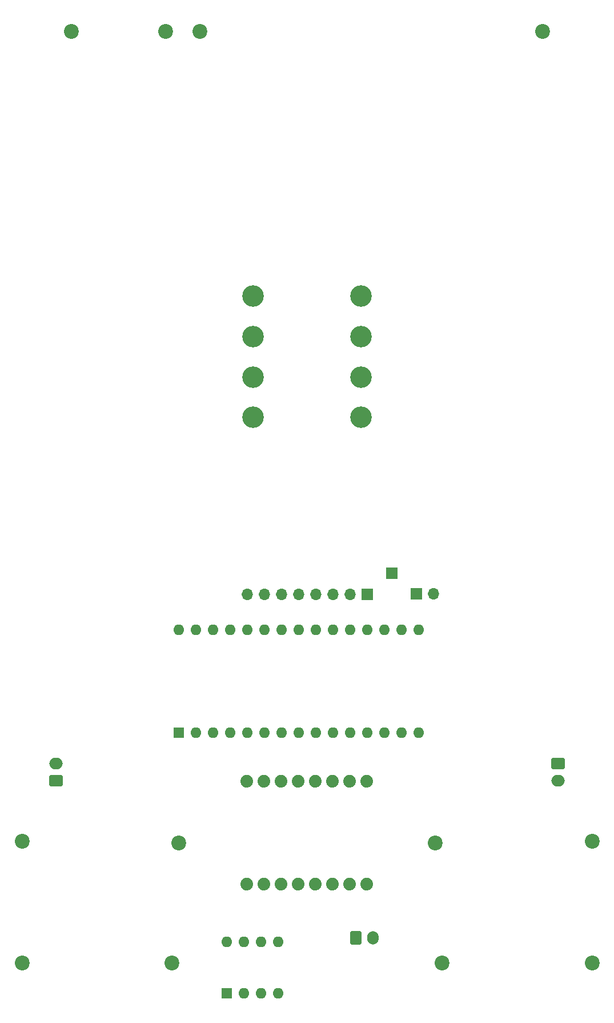
<source format=gbr>
%TF.GenerationSoftware,KiCad,Pcbnew,8.0.6*%
%TF.CreationDate,2025-02-20T18:25:40+08:00*%
%TF.ProjectId,uyLy_LFChassis,75794c79-5f4c-4464-9368-61737369732e,rev?*%
%TF.SameCoordinates,Original*%
%TF.FileFunction,Soldermask,Top*%
%TF.FilePolarity,Negative*%
%FSLAX46Y46*%
G04 Gerber Fmt 4.6, Leading zero omitted, Abs format (unit mm)*
G04 Created by KiCad (PCBNEW 8.0.6) date 2025-02-20 18:25:40*
%MOMM*%
%LPD*%
G01*
G04 APERTURE LIST*
G04 Aperture macros list*
%AMRoundRect*
0 Rectangle with rounded corners*
0 $1 Rounding radius*
0 $2 $3 $4 $5 $6 $7 $8 $9 X,Y pos of 4 corners*
0 Add a 4 corners polygon primitive as box body*
4,1,4,$2,$3,$4,$5,$6,$7,$8,$9,$2,$3,0*
0 Add four circle primitives for the rounded corners*
1,1,$1+$1,$2,$3*
1,1,$1+$1,$4,$5*
1,1,$1+$1,$6,$7*
1,1,$1+$1,$8,$9*
0 Add four rect primitives between the rounded corners*
20,1,$1+$1,$2,$3,$4,$5,0*
20,1,$1+$1,$4,$5,$6,$7,0*
20,1,$1+$1,$6,$7,$8,$9,0*
20,1,$1+$1,$8,$9,$2,$3,0*%
G04 Aperture macros list end*
%ADD10C,3.200000*%
%ADD11RoundRect,0.250000X-0.750000X0.600000X-0.750000X-0.600000X0.750000X-0.600000X0.750000X0.600000X0*%
%ADD12O,2.000000X1.700000*%
%ADD13RoundRect,0.250000X-0.600000X-0.750000X0.600000X-0.750000X0.600000X0.750000X-0.600000X0.750000X0*%
%ADD14O,1.700000X2.000000*%
%ADD15C,2.200000*%
%ADD16R,1.700000X1.700000*%
%ADD17R,1.600000X1.600000*%
%ADD18O,1.600000X1.600000*%
%ADD19O,1.700000X1.700000*%
%ADD20RoundRect,0.250000X0.750000X-0.600000X0.750000X0.600000X-0.750000X0.600000X-0.750000X-0.600000X0*%
%ADD21C,1.879600*%
G04 APERTURE END LIST*
D10*
%TO.C,REF\u002A\u002A*%
X304650000Y-183400000D03*
%TD*%
D11*
%TO.C,J2*%
X333900000Y-246700000D03*
D12*
X333900000Y-249200000D03*
%TD*%
D13*
%TO.C,J4*%
X303950000Y-272500000D03*
D14*
X306450000Y-272500000D03*
%TD*%
D15*
%TO.C,REF\u002A\u002A*%
X316700000Y-276200000D03*
%TD*%
%TO.C,REF\u002A\u002A*%
X276700000Y-276200000D03*
%TD*%
D16*
%TO.C,J6*%
X309275000Y-218450000D03*
%TD*%
D17*
%TO.C,SW1*%
X284830000Y-280700000D03*
D18*
X287370000Y-280700000D03*
X289910000Y-280700000D03*
X292450000Y-280700000D03*
X292450000Y-273080000D03*
X289910000Y-273080000D03*
X287370000Y-273080000D03*
X284830000Y-273080000D03*
%TD*%
D10*
%TO.C,REF\u002A\u002A*%
X304650000Y-195400000D03*
%TD*%
%TO.C,REF\u002A\u002A*%
X288650000Y-183400000D03*
%TD*%
D15*
%TO.C,REF\u002A\u002A*%
X261775000Y-138250000D03*
X275745000Y-138250000D03*
X280825000Y-138250000D03*
X331625000Y-138250000D03*
%TD*%
D10*
%TO.C,REF\u002A\u002A*%
X288650000Y-195400000D03*
%TD*%
D16*
%TO.C,J5*%
X312925000Y-221525000D03*
D19*
X315465000Y-221525000D03*
%TD*%
D15*
%TO.C,REF\u002A\u002A*%
X254450000Y-258200000D03*
X254450000Y-276200000D03*
%TD*%
%TO.C,REF\u002A\u002A*%
X277700000Y-258400000D03*
%TD*%
D10*
%TO.C,REF\u002A\u002A*%
X288650000Y-177400000D03*
%TD*%
%TO.C,REF\u002A\u002A*%
X304650000Y-189400000D03*
%TD*%
%TO.C,REF\u002A\u002A*%
X304650000Y-177400000D03*
%TD*%
D17*
%TO.C,A1*%
X277650000Y-242060000D03*
D18*
X280190000Y-242060000D03*
X282730000Y-242060000D03*
X285270000Y-242060000D03*
X287810000Y-242060000D03*
X290350000Y-242060000D03*
X292890000Y-242060000D03*
X295430000Y-242060000D03*
X297970000Y-242060000D03*
X300510000Y-242060000D03*
X303050000Y-242060000D03*
X305590000Y-242060000D03*
X308130000Y-242060000D03*
X310670000Y-242060000D03*
X313210000Y-242060000D03*
X313210000Y-226820000D03*
X310670000Y-226820000D03*
X308130000Y-226820000D03*
X305590000Y-226820000D03*
X303050000Y-226820000D03*
X300510000Y-226820000D03*
X297970000Y-226820000D03*
X295430000Y-226820000D03*
X292890000Y-226820000D03*
X290350000Y-226820000D03*
X287810000Y-226820000D03*
X285270000Y-226820000D03*
X282730000Y-226820000D03*
X280190000Y-226820000D03*
X277650000Y-226820000D03*
%TD*%
D20*
%TO.C,J3*%
X259500000Y-249200000D03*
D12*
X259500000Y-246700000D03*
%TD*%
D16*
%TO.C,J1*%
X305610000Y-221650000D03*
D19*
X303070000Y-221650000D03*
X300530000Y-221650000D03*
X297990000Y-221650000D03*
X295450000Y-221650000D03*
X292910000Y-221650000D03*
X290370000Y-221650000D03*
X287830000Y-221650000D03*
%TD*%
D15*
%TO.C,REF\u002A\u002A*%
X338950000Y-276200000D03*
X338950000Y-258200000D03*
%TD*%
D10*
%TO.C,REF\u002A\u002A*%
X288650000Y-189400000D03*
%TD*%
D21*
%TO.C,U1*%
X287785000Y-264540000D03*
X290325000Y-264540000D03*
X292865000Y-264540000D03*
X295405000Y-264540000D03*
X297945000Y-264540000D03*
X300485000Y-264540000D03*
X303025000Y-264540000D03*
X305565000Y-264540000D03*
X305565000Y-249300000D03*
X303025000Y-249300000D03*
X300485000Y-249300000D03*
X297945000Y-249300000D03*
X295405000Y-249300000D03*
X292865000Y-249300000D03*
X290325000Y-249300000D03*
X287785000Y-249300000D03*
%TD*%
D15*
%TO.C,REF\u002A\u002A*%
X315700000Y-258400000D03*
%TD*%
M02*

</source>
